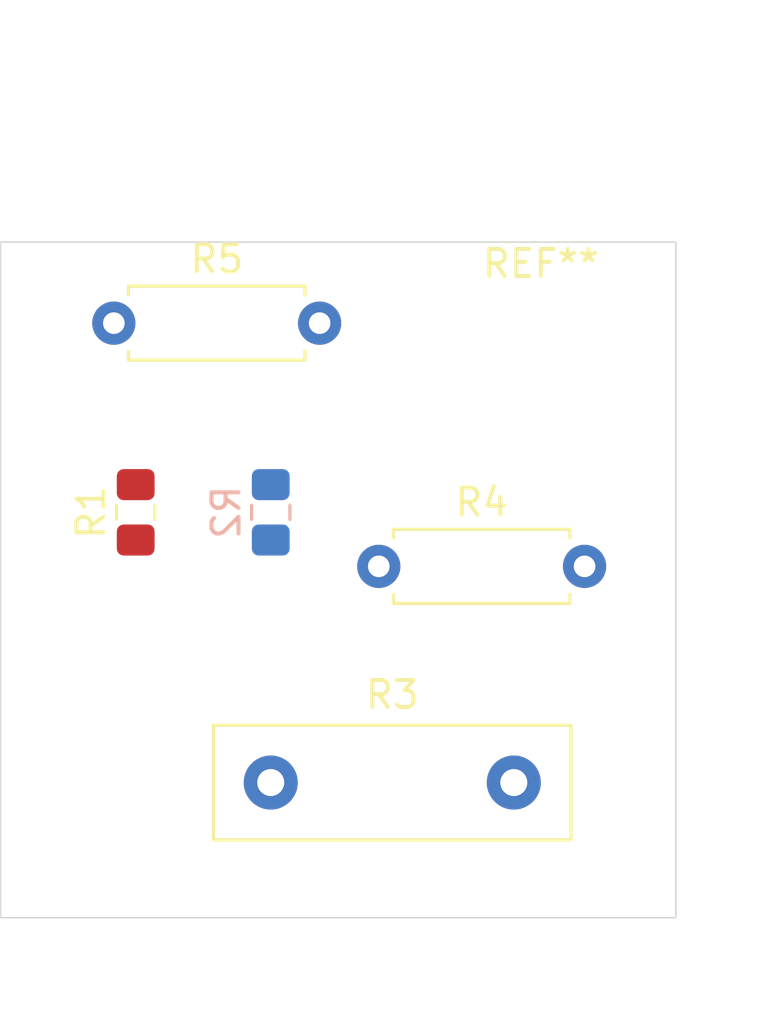
<source format=kicad_pcb>
(kicad_pcb (version 20241229) (generator "pcbnew") (generator_version "9.0")
  (layers (0 "F.Cu" signal) (2 "B.Cu" signal) (13 "F.Paste" user) (15 "B.Paste" user) (5 "F.SilkS" user "F.Silkscreen") (7 "B.SilkS" user "B.Silkscreen") (1 "F.Mask" user) (3 "B.Mask" user) (25 "Edge.Cuts" user))
  (net 0 "")
  (footprint "Resistor_SMD:R_0805_2012Metric_Pad1.15x1.40mm_HandSolder" (layer "F.Cu") (at 105 35 90)
    (property "Reference" "R1" (at 0 -1.65 90) (layer "F.SilkS"))
    (property "Value" "R_0805_2012Metric_Pad1.15x1.40mm_HandSolder")
    (fp_line (start -0.261252 -0.71) (end 0.261252 -0.71) (stroke (width 0.12)) (layer "F.SilkS"))
    (fp_line (start -0.261252 0.71) (end 0.261252 0.71) (stroke (width 0.12)) (layer "F.SilkS"))
    (pad "1" smd roundrect (at -1.025 0 90) (size 1.15 1.4) (layers "F.Cu" "F.Mask" "F.Paste") (roundrect_rratio 0.217391))
    (pad "2" smd roundrect (at 1.025 0 90) (size 1.15 1.4) (layers "F.Cu" "F.Mask" "F.Paste") (roundrect_rratio 0.217391))
  )
  (footprint "Resistor_THT:R_Box_L13.0mm_W4.0mm_P9.00mm" (layer "F.Cu") (at 110 45)
    (property "Reference" "R3" (at 4.5 -3.25 0) (layer "F.SilkS"))
    (property "Value" "R_Box_L13.0mm_W4.0mm_P9.00mm")
    (fp_line (start -2.12 -2.12) (end -2.12 2.12) (stroke (width 0.12)) (layer "F.SilkS"))
    (fp_line (start -2.12 -2.12) (end 11.12 -2.12) (stroke (width 0.12)) (layer "F.SilkS"))
    (fp_line (start -2.12 2.12) (end 11.12 2.12) (stroke (width 0.12)) (layer "F.SilkS"))
    (fp_line (start 11.12 -2.12) (end 11.12 2.12) (stroke (width 0.12)) (layer "F.SilkS"))
    (pad "1" thru_hole circle (at 0 0) (size 2 2) (drill 1) (layers "*.Cu" "*.Mask"))
    (pad "2" thru_hole circle (at 9 0) (size 2 2) (drill 1) (layers "*.Cu" "*.Mask"))
  )
  (footprint "MountingHole:MountingHole_2.1mm" (layer "F.Cu") (at 120 29)
    (property "Reference" "REF**" (at 0 -3.2 0) (layer "F.SilkS"))
    (property "Value" "MountingHole_2.1mm")
    (pad "" np_thru_hole circle (at 0 0) (size 2.1 2.1) (drill 2.1) (layers "*.Cu" "*.Mask"))
  )
  (footprint "Resistor_THT:R_Axial_DIN0207_L6.3mm_D2.5mm_P7.62mm_Horizontal" (layer "F.Cu") (at 104.19 28)
    (property "Reference" "R5" (at 3.81 -2.37 0) (layer "F.SilkS"))
    (property "Value" "1k")
    (fp_line (start 0.54 -1.37) (end 7.08 -1.37) (stroke (width 0.12)) (layer "F.SilkS"))
    (fp_line (start 0.54 -1.04) (end 0.54 -1.37) (stroke (width 0.12)) (layer "F.SilkS"))
    (fp_line (start 0.54 1.04) (end 0.54 1.37) (stroke (width 0.12)) (layer "F.SilkS"))
    (fp_line (start 0.54 1.37) (end 7.08 1.37) (stroke (width 0.12)) (layer "F.SilkS"))
    (fp_line (start 7.08 -1.37) (end 7.08 -1.04) (stroke (width 0.12)) (layer "F.SilkS"))
    (fp_line (start 7.08 1.37) (end 7.08 1.04) (stroke (width 0.12)) (layer "F.SilkS"))
    (pad "1" thru_hole circle (at 0 0) (size 1.6 1.6) (drill 0.8) (layers "*.Cu" "*.Mask"))
    (pad "2" thru_hole oval (at 7.62 0) (size 1.6 1.6) (drill 0.8) (layers "*.Cu" "*.Mask"))
  )
  (footprint "Resistor_THT:R_Axial_DIN0207_L6.3mm_D2.5mm_P7.62mm_Horizontal" (layer "F.Cu") (at 114 37)
    (property "Reference" "R4" (at 3.81 -2.37 0) (layer "F.SilkS"))
    (property "Value" "0")
    (fp_line (start 0.54 -1.37) (end 7.08 -1.37) (stroke (width 0.12)) (layer "F.SilkS"))
    (fp_line (start 0.54 -1.04) (end 0.54 -1.37) (stroke (width 0.12)) (layer "F.SilkS"))
    (fp_line (start 0.54 1.04) (end 0.54 1.37) (stroke (width 0.12)) (layer "F.SilkS"))
    (fp_line (start 0.54 1.37) (end 7.08 1.37) (stroke (width 0.12)) (layer "F.SilkS"))
    (fp_line (start 7.08 -1.37) (end 7.08 -1.04) (stroke (width 0.12)) (layer "F.SilkS"))
    (fp_line (start 7.08 1.37) (end 7.08 1.04) (stroke (width 0.12)) (layer "F.SilkS"))
    (pad "1" thru_hole circle (at 0 0) (size 1.6 1.6) (drill 0.8) (layers "*.Cu" "*.Mask"))
    (pad "2" thru_hole oval (at 7.62 0) (size 1.6 1.6) (drill 0.8) (layers "*.Cu" "*.Mask"))
  )
  (footprint "Resistor_SMD:R_0805_2012Metric_Pad1.15x1.40mm_HandSolder" (layer "B.Cu") (at 110 35 -90)
    (property "Reference" "R2" (at 0 1.65 270) (layer "B.SilkS") (effects (justify mirror)))
    (property "Value" "R_0805_2012Metric_Pad1.15x1.40mm_HandSolder")
    (fp_line (start -0.261252 0.71) (end 0.261252 0.71) (stroke (width 0.12)) (layer "B.SilkS"))
    (fp_line (start -0.261252 -0.71) (end 0.261252 -0.71) (stroke (width 0.12)) (layer "B.SilkS"))
    (pad "1" smd roundrect (at -1.025 0 270) (size 1.15 1.4) (layers "B.Cu" "B.Mask" "B.Paste") (roundrect_rratio 0.217391))
    (pad "2" smd roundrect (at 1.025 0 270) (size 1.15 1.4) (layers "B.Cu" "B.Mask" "B.Paste") (roundrect_rratio 0.217391))
  )
  (gr_line (start 100 25) (end 100 50) (stroke (width 0.05)) (layer "Edge.Cuts"))
  (gr_line (start 125 25) (end 125 50) (stroke (width 0.05)) (layer "Edge.Cuts"))
  (gr_line (start 100 25) (end 125 25) (stroke (width 0.05)) (layer "Edge.Cuts"))
  (gr_line (start 100 50) (end 125 50) (stroke (width 0.05)) (layer "Edge.Cuts"))
)
</source>
